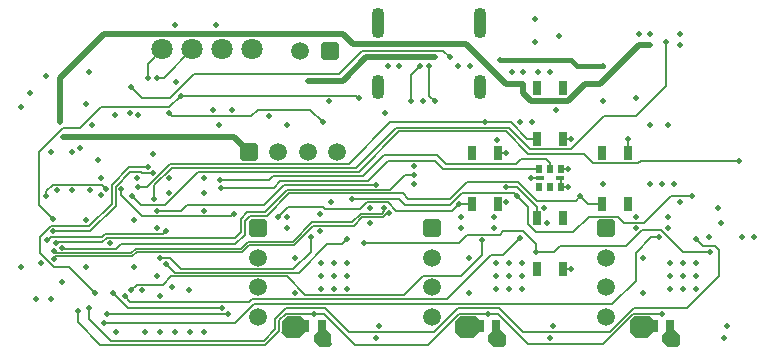
<source format=gbl>
G04*
G04 #@! TF.GenerationSoftware,Altium Limited,Altium Designer,23.3.1 (30)*
G04*
G04 Layer_Physical_Order=4*
G04 Layer_Color=16711680*
%FSLAX43Y43*%
%MOMM*%
G71*
G04*
G04 #@! TF.SameCoordinates,A4EA7D40-A082-4D09-80F0-C7F5A4317295*
G04*
G04*
G04 #@! TF.FilePolarity,Positive*
G04*
G01*
G75*
%ADD12C,0.150*%
G04:AMPARAMS|DCode=13|XSize=0.75mm|YSize=0.96mm|CornerRadius=0.075mm|HoleSize=0mm|Usage=FLASHONLY|Rotation=180.000|XOffset=0mm|YOffset=0mm|HoleType=Round|Shape=RoundedRectangle|*
%AMROUNDEDRECTD13*
21,1,0.750,0.810,0,0,180.0*
21,1,0.600,0.960,0,0,180.0*
1,1,0.150,-0.300,0.405*
1,1,0.150,0.300,0.405*
1,1,0.150,0.300,-0.405*
1,1,0.150,-0.300,-0.405*
%
%ADD13ROUNDEDRECTD13*%
%ADD80C,0.500*%
%ADD81C,0.200*%
%ADD83C,0.146*%
%ADD84C,0.400*%
%ADD90C,1.800*%
%ADD91C,1.500*%
G04:AMPARAMS|DCode=92|XSize=1.5mm|YSize=1.5mm|CornerRadius=0.15mm|HoleSize=0mm|Usage=FLASHONLY|Rotation=0.000|XOffset=0mm|YOffset=0mm|HoleType=Round|Shape=RoundedRectangle|*
%AMROUNDEDRECTD92*
21,1,1.500,1.200,0,0,0.0*
21,1,1.200,1.500,0,0,0.0*
1,1,0.300,0.600,-0.600*
1,1,0.300,-0.600,-0.600*
1,1,0.300,-0.600,0.600*
1,1,0.300,0.600,0.600*
%
%ADD92ROUNDEDRECTD92*%
G04:AMPARAMS|DCode=93|XSize=1.5mm|YSize=1.5mm|CornerRadius=0.15mm|HoleSize=0mm|Usage=FLASHONLY|Rotation=270.000|XOffset=0mm|YOffset=0mm|HoleType=Round|Shape=RoundedRectangle|*
%AMROUNDEDRECTD93*
21,1,1.500,1.200,0,0,270.0*
21,1,1.200,1.500,0,0,270.0*
1,1,0.300,-0.600,-0.600*
1,1,0.300,-0.600,0.600*
1,1,0.300,0.600,0.600*
1,1,0.300,0.600,-0.600*
%
%ADD93ROUNDEDRECTD93*%
%ADD94O,1.100X2.100*%
%ADD95O,1.100X2.600*%
%ADD96C,0.500*%
G04:AMPARAMS|DCode=97|XSize=0.7mm|YSize=0.55mm|CornerRadius=0.055mm|HoleSize=0mm|Usage=FLASHONLY|Rotation=270.000|XOffset=0mm|YOffset=0mm|HoleType=Round|Shape=RoundedRectangle|*
%AMROUNDEDRECTD97*
21,1,0.700,0.440,0,0,270.0*
21,1,0.590,0.550,0,0,270.0*
1,1,0.110,-0.220,-0.295*
1,1,0.110,-0.220,0.295*
1,1,0.110,0.220,0.295*
1,1,0.110,0.220,-0.295*
%
%ADD97ROUNDEDRECTD97*%
G04:AMPARAMS|DCode=98|XSize=0.3mm|YSize=0.7mm|CornerRadius=0.03mm|HoleSize=0mm|Usage=FLASHONLY|Rotation=270.000|XOffset=0mm|YOffset=0mm|HoleType=Round|Shape=RoundedRectangle|*
%AMROUNDEDRECTD98*
21,1,0.300,0.640,0,0,270.0*
21,1,0.240,0.700,0,0,270.0*
1,1,0.060,-0.320,-0.120*
1,1,0.060,-0.320,0.120*
1,1,0.060,0.320,0.120*
1,1,0.060,0.320,-0.120*
%
%ADD98ROUNDEDRECTD98*%
G04:AMPARAMS|DCode=99|XSize=1.2mm|YSize=0.65mm|CornerRadius=0.065mm|HoleSize=0mm|Usage=FLASHONLY|Rotation=90.000|XOffset=0mm|YOffset=0mm|HoleType=Round|Shape=RoundedRectangle|*
%AMROUNDEDRECTD99*
21,1,1.200,0.520,0,0,90.0*
21,1,1.070,0.650,0,0,90.0*
1,1,0.130,0.260,0.535*
1,1,0.130,0.260,-0.535*
1,1,0.130,-0.260,-0.535*
1,1,0.130,-0.260,0.535*
%
%ADD99ROUNDEDRECTD99*%
G36*
X26000Y2750D02*
Y2250D01*
X25250Y1500D01*
X24250D01*
X23756Y1994D01*
X23775Y2023D01*
X23791Y2102D01*
Y2889D01*
X24196Y3294D01*
X25456D01*
X26000Y2750D01*
D02*
G37*
G36*
X28000Y1750D02*
Y1000D01*
X27750Y750D01*
X27000D01*
X26500Y1250D01*
Y1750D01*
X27000Y2250D01*
X27500D01*
X28000Y1750D01*
D02*
G37*
G36*
X40750Y2750D02*
Y2250D01*
X40000Y1500D01*
X39000D01*
X38500Y2000D01*
Y2935D01*
X38859Y3294D01*
X40206D01*
X40750Y2750D01*
D02*
G37*
G36*
X42750Y1750D02*
Y1000D01*
X42500Y750D01*
X41750D01*
X41250Y1250D01*
Y1750D01*
X41750Y2250D01*
X42250D01*
X42750Y1750D01*
D02*
G37*
G36*
X55500Y2750D02*
Y2250D01*
X54750Y1500D01*
X53750D01*
X53250Y2000D01*
Y2910D01*
X53634Y3294D01*
X54956D01*
X55500Y2750D01*
D02*
G37*
G36*
X57500Y1750D02*
Y1000D01*
X57250Y750D01*
X56500D01*
X56000Y1250D01*
Y1750D01*
X56500Y2250D01*
X57000D01*
X57500Y1750D01*
D02*
G37*
D12*
X23679Y14767D02*
X31118D01*
X32804Y16452D02*
X36760D01*
X31118Y14767D02*
X32804Y16452D01*
X32442Y16964D02*
X36951D01*
X30664Y15186D02*
X32442Y16964D01*
X23021Y15186D02*
X30664D01*
X36951Y16964D02*
X37701Y16215D01*
X43603D01*
X37462Y15750D02*
X45600D01*
X36760Y16452D02*
X37462Y15750D01*
X43603Y16215D02*
X44035Y16647D01*
X46139D01*
X46500Y16286D01*
Y15750D02*
Y16286D01*
X22688Y14854D02*
X23021Y15186D01*
X18595Y14854D02*
X22688D01*
X23116Y14204D02*
X23679Y14767D01*
X18661Y14204D02*
X23116D01*
X42738Y18981D02*
X44671Y17047D01*
X33755Y18981D02*
X42738D01*
X30320Y15545D02*
X33755Y18981D01*
X30072Y15873D02*
X33490Y19291D01*
X42991D02*
X44792Y17490D01*
X33490Y19291D02*
X42991D01*
X29445Y16220D02*
X32976Y19750D01*
X41000D01*
X43166D01*
X44566Y18350D01*
X44671Y17047D02*
X49417D01*
X44792Y17490D02*
X48322D01*
X44566Y18350D02*
X45425D01*
X16735Y15545D02*
X30320D01*
X13945Y12756D02*
X16735Y15545D01*
X11849Y12756D02*
X13945D01*
X13000Y14415D02*
X14458Y15873D01*
X30072D01*
X13000Y13250D02*
Y14415D01*
X14358Y16220D02*
X29445D01*
X12388Y14250D02*
X14358Y16220D01*
X11623Y14250D02*
X12388D01*
X22293Y12750D02*
X24001Y14457D01*
X31805D01*
X22352Y12117D02*
X24233Y13998D01*
X32998D02*
X34250Y15250D01*
X24233Y13998D02*
X32998D01*
X34040Y13710D02*
X34500Y13250D01*
X24415Y13710D02*
X34040D01*
X22518Y11813D02*
X24415Y13710D01*
X33750Y13250D02*
X34250Y12750D01*
X29750Y13250D02*
X33750D01*
X31030Y12961D02*
X32789D01*
X33500Y12250D01*
X30424Y12355D02*
X31030Y12961D01*
X23500Y11750D02*
X24347Y12597D01*
X27247D01*
X27490Y12355D01*
X30424D01*
X15758Y12750D02*
X22293D01*
X14500Y20250D02*
X21190D01*
X14250Y20500D02*
X14500Y20250D01*
X7575Y10493D02*
X9734Y12653D01*
X4462Y10493D02*
X7575D01*
X9734Y12653D02*
Y14275D01*
X9382Y12854D02*
Y14432D01*
X7473Y10945D02*
X9382Y12854D01*
X4237Y10945D02*
X7473D01*
X19846Y9391D02*
X20663Y10209D01*
X10145Y9391D02*
X19846D01*
X9797Y9044D02*
X10145Y9391D01*
X19853Y9952D02*
X20346Y10445D01*
X8991Y9952D02*
X19853D01*
X20346Y10445D02*
Y11574D01*
X20663Y10209D02*
Y11390D01*
X20346Y11574D02*
X20889Y12117D01*
X22352D01*
X21087Y11813D02*
X22518D01*
X20663Y11390D02*
X21087Y11813D01*
X19517Y11767D02*
X19750Y12000D01*
X11996Y11767D02*
X19517D01*
X25229Y6993D02*
X27640Y9404D01*
X14757Y6993D02*
X25229D01*
X27640Y9404D02*
X28887D01*
X24737Y7282D02*
X26250Y8795D01*
Y10000D01*
X15298Y7282D02*
X24737D01*
X14314Y8265D02*
X15298Y7282D01*
X13449Y8265D02*
X14314D01*
X14000Y7750D02*
X14757Y6993D01*
X24202Y6704D02*
X25760Y5146D01*
X13750Y6000D02*
X14454Y6704D01*
X24202D01*
X39459Y14709D02*
X43788D01*
X45420Y13077D01*
X38000Y13250D02*
X39459Y14709D01*
X42750Y14250D02*
X43719D01*
X45425Y12544D01*
X47400Y14250D02*
X48065D01*
X47325Y15000D02*
X47400Y14925D01*
Y14250D02*
Y14925D01*
X43488Y13762D02*
X43750Y13500D01*
X38000Y12750D02*
X39012Y13762D01*
X43488D01*
X56750Y13500D02*
X58500D01*
X52750Y11250D02*
X54500D01*
X56750Y13500D01*
X52245Y11755D02*
X52750Y11250D01*
X49764Y11755D02*
X52245D01*
X48428Y10419D02*
X49764Y11755D01*
X53959Y16289D02*
X54169Y16500D01*
X49417Y17047D02*
X50175Y16289D01*
X53959D01*
X45420Y13077D02*
X48674D01*
X49067Y13469D01*
X49686Y12850D01*
X50925D01*
X45425Y11650D02*
Y12544D01*
X54169Y16500D02*
X62500D01*
X48322Y17490D02*
X51083Y20250D01*
X53750D01*
X8554Y14454D02*
X8925Y14083D01*
X4427Y14454D02*
X8554D01*
X9734Y14275D02*
X10984Y15526D01*
X11850D01*
X9382Y14432D02*
X10886Y15935D01*
X12500D01*
X4227Y10001D02*
X8546D01*
X8814Y10269D02*
X13769D01*
X8546Y10001D02*
X8814Y10269D01*
X8612Y9573D02*
X8991Y9952D01*
X4730Y9573D02*
X8612D01*
X10193Y13570D02*
X11996Y11767D01*
X10193Y13570D02*
Y14078D01*
X11071Y13534D02*
X11849Y12756D01*
X34500Y13250D02*
X38000D01*
X34250Y12750D02*
X38000D01*
X33500Y12250D02*
X38173D01*
X38773Y12850D01*
X15258Y12250D02*
X15758Y12750D01*
X13250Y12250D02*
X15258D01*
X26190Y20810D02*
X27250Y19750D01*
X21750Y20810D02*
X26190D01*
X21190Y20250D02*
X21750Y20810D01*
X34250Y15250D02*
X35000D01*
X56315Y22815D02*
Y26500D01*
X53750Y20250D02*
X56315Y22815D01*
X43750Y13500D02*
X44670Y12580D01*
Y11084D02*
Y12580D01*
Y11084D02*
X45335Y10419D01*
X48428D01*
X42500Y10500D02*
X44250D01*
X42233Y10233D02*
X42500Y10500D01*
X44250D02*
X45325Y9425D01*
Y8750D02*
Y9425D01*
X46882Y8750D02*
X47382Y9250D01*
X52925D02*
X54270Y10595D01*
X47382Y9250D02*
X52925D01*
X21250Y4750D02*
X37750D01*
X41500Y8500D02*
X42525D01*
X37750Y4750D02*
X41500Y8500D01*
X35750Y6750D02*
X39000D01*
X25760Y5146D02*
X34146D01*
X35750Y6750D01*
X39000D02*
X40750Y8500D01*
Y9728D01*
X42525Y8500D02*
X44000Y9976D01*
X39512Y10233D02*
X42233D01*
X38780Y9500D02*
X39512Y10233D01*
X30750Y9500D02*
X38780D01*
X28887Y9404D02*
X29346Y9863D01*
X5250Y9044D02*
X9797D01*
X5180Y9114D02*
X5250Y9044D01*
X8750Y2750D02*
X19836D01*
X21428Y4342D01*
X8421Y900D02*
X22383D01*
X6500Y2821D02*
X8421Y900D01*
X22383D02*
X23585Y2102D01*
X6500Y2821D02*
Y3750D01*
X7500Y3060D02*
Y4000D01*
Y3060D02*
X9310Y1250D01*
X22311D01*
X23585Y2102D02*
Y2974D01*
X22311Y1250D02*
X23254Y2193D01*
Y3105D01*
X24166Y4017D01*
X23585Y2974D02*
X24111Y3500D01*
X24166Y4017D02*
X27484D01*
X24111Y3500D02*
X26500D01*
X13769Y10269D02*
X14000Y10500D01*
X21027Y4527D02*
X21250Y4750D01*
X10973Y4527D02*
X21027D01*
X10750Y4000D02*
X18750D01*
X9500Y5250D02*
X10750Y4000D01*
X9000Y3500D02*
X19250D01*
X11000Y5500D02*
X11500Y6000D01*
X13750D01*
X10500Y5000D02*
X10973Y4527D01*
X3350Y8643D02*
X4493Y7500D01*
X5750D01*
X3350Y8643D02*
Y10058D01*
X4237Y10945D01*
X5750Y7500D02*
X8000Y5250D01*
X4657Y9500D02*
X4730Y9573D01*
X3953Y9728D02*
X4227Y10001D01*
X45325Y8750D02*
X46882D01*
X55043Y10000D02*
X55750D01*
X53750Y8707D02*
X55043Y10000D01*
X53750Y6320D02*
Y8707D01*
X55927Y10595D02*
X57772Y8750D01*
X54270Y10595D02*
X55927D01*
X57772Y8750D02*
X60075D01*
X51772Y4342D02*
X53750Y6320D01*
X21428Y4342D02*
X51772D01*
X12500Y24710D02*
X13690Y25900D01*
X12500Y23500D02*
Y24710D01*
X13830Y23500D02*
X16230Y25900D01*
X13250Y23500D02*
X13830D01*
X11954Y21796D02*
X14296D01*
X16358Y23858D02*
X28674D01*
X14296Y21796D02*
X16358Y23858D01*
X14250Y21000D02*
X15250Y22000D01*
X6750Y19250D02*
X8500Y21000D01*
X14250D01*
X5250Y19250D02*
X6750D01*
X3250Y17250D02*
X5250Y19250D01*
X15250Y22000D02*
X30065D01*
X30315Y21750D01*
X11000Y22750D02*
X11954Y21796D01*
X3250Y12726D02*
Y17250D01*
Y12726D02*
X4457Y11519D01*
X28674Y23858D02*
X30625Y25810D01*
X37440D01*
X38000Y25250D01*
X38773Y12850D02*
X39925D01*
X53600Y4035D02*
X58126D01*
X60825Y6734D01*
Y8891D01*
X51569Y2004D02*
X53600Y4035D01*
X44223Y2004D02*
X51569D01*
X42203Y4024D02*
X44223Y2004D01*
X38708Y4024D02*
X42203D01*
X53549Y3500D02*
X56000D01*
X44653Y956D02*
X51005D01*
X53549Y3500D01*
X42109D02*
X44653Y956D01*
X41250Y3500D02*
X42109D01*
X29492Y2009D02*
X36693D01*
X38708Y4024D01*
X27484Y4017D02*
X29492Y2009D01*
X26500Y3500D02*
X27375D01*
X29957Y918D01*
X36191D01*
X38773Y3500D01*
X41250D01*
X58846Y9863D02*
X59427Y9282D01*
X60434D01*
X60825Y8891D01*
X3850Y13500D02*
Y13877D01*
X4427Y14454D01*
X11850Y15526D02*
X11942Y15434D01*
X12914D01*
X34750Y21500D02*
Y23750D01*
X35500Y24500D01*
D13*
X25800Y2500D02*
D03*
X27200D02*
D03*
X40550D02*
D03*
X41950D02*
D03*
X55300D02*
D03*
X56700D02*
D03*
D80*
X62750Y10000D02*
X62750Y10000D01*
X5250Y18500D02*
X19750D01*
X21000Y17250D01*
X54000Y26250D02*
X55000D01*
X50751Y23001D02*
X54000Y26250D01*
X49508Y23001D02*
X50751D01*
X42750Y23000D02*
X44250D01*
X48013Y21506D02*
X49508Y23001D01*
X44935Y21506D02*
X48013D01*
X44250Y22192D02*
X44935Y21506D01*
X44250Y22192D02*
Y23000D01*
X5000Y23488D02*
X8762Y27250D01*
X5000Y20500D02*
Y23488D01*
X8762Y27250D02*
X29000D01*
X30963Y25250D02*
X34750D01*
X27000Y23250D02*
X28963D01*
X30963Y25250D01*
X29000Y27250D02*
X29850Y26400D01*
X39350D01*
X42750Y23000D01*
X5000Y19746D02*
Y20500D01*
X26000Y23250D02*
X27000D01*
X35750Y25250D02*
X36750D01*
X34750D02*
X35750D01*
D81*
X47400Y15750D02*
X48065D01*
X44873Y15000D02*
X45675D01*
X47575Y7350D02*
X48250D01*
X42075Y17150D02*
X42750D01*
X47575Y18350D02*
X48250D01*
X53075Y17150D02*
Y18350D01*
D83*
X21042Y9353D02*
X24818D01*
X26336Y11257D02*
X29780D01*
X20929Y9626D02*
X24705D01*
X24818Y9353D02*
X26449Y10984D01*
X29893D01*
X24705Y9626D02*
X26336Y11257D01*
X29893Y10984D02*
X30617Y11707D01*
X29780Y11257D02*
X30504Y11981D01*
X30617Y11707D02*
X32361D01*
X30504Y11981D02*
X32248D01*
X32674Y12020D02*
X32906D01*
X32361Y11707D02*
X32674Y12020D01*
X32463Y12195D02*
Y12463D01*
X32248Y11981D02*
X32463Y12195D01*
X11427Y9047D02*
X20350D01*
X20929Y9626D01*
X20463Y8774D02*
X21042Y9353D01*
X11540Y8774D02*
X20463D01*
X11150Y8384D02*
X11540Y8774D01*
X11037Y8657D02*
X11427Y9047D01*
X4652Y8657D02*
X11037D01*
X4662Y8384D02*
X11150D01*
X4480Y8202D02*
X4662Y8384D01*
X4480Y8829D02*
X4652Y8657D01*
X36250Y22000D02*
X36750Y21500D01*
X36250Y22000D02*
Y24500D01*
D84*
X42250Y25000D02*
X48250D01*
X48750Y24500D01*
X51000D01*
D90*
X21310Y25900D02*
D03*
X18770D02*
D03*
X16230D02*
D03*
X13690D02*
D03*
D91*
X26000Y17250D02*
D03*
X23500D02*
D03*
X28500D02*
D03*
X25369Y25750D02*
D03*
X21750Y3250D02*
D03*
Y8250D02*
D03*
Y5750D02*
D03*
X36500D02*
D03*
Y8250D02*
D03*
Y3250D02*
D03*
X51250Y5750D02*
D03*
Y8250D02*
D03*
Y3250D02*
D03*
D92*
X21000Y17250D02*
D03*
X27869Y25750D02*
D03*
D93*
X21750Y10750D02*
D03*
X36500D02*
D03*
X51250D02*
D03*
D94*
X31930Y22750D02*
D03*
X40570D02*
D03*
D95*
X31930Y28110D02*
D03*
X40570D02*
D03*
D96*
X18661Y14204D02*
D03*
X18595Y14854D02*
D03*
X41000Y19750D02*
D03*
X31805Y14457D02*
D03*
X29750Y13250D02*
D03*
X23500Y11750D02*
D03*
X27000Y10500D02*
D03*
Y12000D02*
D03*
X12914Y17010D02*
D03*
X14250Y20500D02*
D03*
X8211Y16532D02*
D03*
X19750Y12000D02*
D03*
X42750Y14250D02*
D03*
X48065Y15750D02*
D03*
X44873Y15000D02*
D03*
X48065Y14250D02*
D03*
X49067Y13469D02*
D03*
X8500Y13600D02*
D03*
X7520Y13998D02*
D03*
X8925Y14083D02*
D03*
X10193Y14078D02*
D03*
X11071Y13534D02*
D03*
X63750Y10000D02*
D03*
X62750D02*
D03*
X46250Y11250D02*
D03*
X6750Y17560D02*
D03*
X32463Y12463D02*
D03*
X32906Y12020D02*
D03*
X11623Y14250D02*
D03*
X13000Y13250D02*
D03*
X35000Y15250D02*
D03*
X56315Y26500D02*
D03*
X55000Y26250D02*
D03*
X54000D02*
D03*
X45250Y28500D02*
D03*
X45250Y26500D02*
D03*
X44000Y9976D02*
D03*
X40750Y9728D02*
D03*
X14000Y7750D02*
D03*
X13449Y8265D02*
D03*
X6500Y3750D02*
D03*
X14000Y10500D02*
D03*
X18750Y4000D02*
D03*
X19250Y3500D02*
D03*
X11000Y5500D02*
D03*
X10500Y5000D02*
D03*
X13250Y12250D02*
D03*
X7500Y4000D02*
D03*
X8000Y5250D02*
D03*
X8750Y2750D02*
D03*
X30750Y9500D02*
D03*
X13250Y23500D02*
D03*
X12500D02*
D03*
X15250Y22000D02*
D03*
X30315Y21750D02*
D03*
X4457Y11519D02*
D03*
X4462Y10493D02*
D03*
X3953Y9728D02*
D03*
X4657Y9500D02*
D03*
X11000Y22750D02*
D03*
X38000Y25250D02*
D03*
X38773Y12850D02*
D03*
X48250Y7350D02*
D03*
X42750Y17150D02*
D03*
X48250Y18350D02*
D03*
X53075D02*
D03*
X57000Y14500D02*
D03*
X56000D02*
D03*
X55000D02*
D03*
X27250Y19750D02*
D03*
X22750Y20250D02*
D03*
X24250Y19500D02*
D03*
X17985Y20810D02*
D03*
X5000Y19746D02*
D03*
Y20500D02*
D03*
X42250Y25000D02*
D03*
X9000Y3500D02*
D03*
X15950Y5550D02*
D03*
X9500Y5250D02*
D03*
X5180Y9114D02*
D03*
X4480Y8829D02*
D03*
Y8202D02*
D03*
X3850Y13500D02*
D03*
X9653Y20332D02*
D03*
X10950Y20500D02*
D03*
X14250Y13750D02*
D03*
X14250Y15000D02*
D03*
X13500Y5000D02*
D03*
X12250Y1950D02*
D03*
X35015Y16000D02*
D03*
Y14500D02*
D03*
X42000Y18265D02*
D03*
X17250Y15000D02*
D03*
Y13750D02*
D03*
X12914Y15434D02*
D03*
X12500Y15935D02*
D03*
X11623Y20332D02*
D03*
X11500Y15000D02*
D03*
X8500D02*
D03*
X7750Y19500D02*
D03*
X4250Y17250D02*
D03*
X6000D02*
D03*
X5250Y18500D02*
D03*
X3400Y7800D02*
D03*
X53750Y21750D02*
D03*
X51000Y24500D02*
D03*
X51000Y21500D02*
D03*
X47265Y27000D02*
D03*
X44250Y23000D02*
D03*
X43250Y23000D02*
D03*
X45500Y24000D02*
D03*
X46500D02*
D03*
X43250Y24000D02*
D03*
X44250D02*
D03*
X45000Y19750D02*
D03*
X44000D02*
D03*
X47000Y20750D02*
D03*
X1750Y21000D02*
D03*
Y7500D02*
D03*
X5185Y6250D02*
D03*
X3000Y4750D02*
D03*
X4250D02*
D03*
X12000Y5500D02*
D03*
X13250Y6750D02*
D03*
Y10750D02*
D03*
X6000Y13985D02*
D03*
X4750D02*
D03*
X7235Y21250D02*
D03*
X3850Y23615D02*
D03*
X2500Y22250D02*
D03*
X7500Y24000D02*
D03*
X18235Y28000D02*
D03*
X14750D02*
D03*
X14865Y23150D02*
D03*
X19615Y20810D02*
D03*
X18500Y19500D02*
D03*
X27750Y21500D02*
D03*
X35500Y24500D02*
D03*
X36250D02*
D03*
X27000Y23250D02*
D03*
X26000D02*
D03*
X35750Y25250D02*
D03*
X36750D02*
D03*
X34750D02*
D03*
X32500Y20500D02*
D03*
X32750Y24500D02*
D03*
X33750D02*
D03*
X38750D02*
D03*
X39750D02*
D03*
X34750Y21500D02*
D03*
X36750D02*
D03*
X35750D02*
D03*
X14500Y5750D02*
D03*
X62500Y16500D02*
D03*
X50985Y14500D02*
D03*
X59950Y10000D02*
D03*
X31250Y11250D02*
D03*
X17250Y2015D02*
D03*
X16000Y2000D02*
D03*
X14750Y2000D02*
D03*
X13500D02*
D03*
X9750Y2015D02*
D03*
X17250Y12250D02*
D03*
X26250Y10000D02*
D03*
X55750D02*
D03*
X53750Y3000D02*
D03*
Y2000D02*
D03*
X39000D02*
D03*
Y3000D02*
D03*
X24875Y5250D02*
D03*
Y8250D02*
D03*
X39625Y5250D02*
D03*
Y8250D02*
D03*
X32000Y2500D02*
D03*
X46750D02*
D03*
X24250Y2000D02*
D03*
Y3000D02*
D03*
X26500Y3500D02*
D03*
X41250D02*
D03*
X26750Y1500D02*
D03*
X27750Y1000D02*
D03*
X41500Y1500D02*
D03*
X42500Y1000D02*
D03*
X43750Y13500D02*
D03*
X58500D02*
D03*
X41750Y10750D02*
D03*
Y11750D02*
D03*
X57250Y1000D02*
D03*
X56250Y1500D02*
D03*
X56000Y3500D02*
D03*
X46500Y1500D02*
D03*
X31750D02*
D03*
X61250D02*
D03*
X54375Y8250D02*
D03*
X31250Y12500D02*
D03*
X28000Y13000D02*
D03*
X24250Y11750D02*
D03*
Y10750D02*
D03*
X46000Y12500D02*
D03*
X42750Y13000D02*
D03*
X39000Y11750D02*
D03*
Y10750D02*
D03*
X54375Y5250D02*
D03*
X29346Y9863D02*
D03*
X45325Y8750D02*
D03*
X60075D02*
D03*
X58846Y9863D02*
D03*
X61500Y2500D02*
D03*
X53750Y10750D02*
D03*
Y11750D02*
D03*
X57500Y13000D02*
D03*
X56500Y11750D02*
D03*
Y10750D02*
D03*
X60750Y12500D02*
D03*
X61000Y11250D02*
D03*
X55000Y19500D02*
D03*
X56500D02*
D03*
X55000Y27250D02*
D03*
X54000D02*
D03*
X57500Y26250D02*
D03*
Y27250D02*
D03*
X44100Y7850D02*
D03*
X44100Y6750D02*
D03*
X44100Y5650D02*
D03*
X43000Y7850D02*
D03*
Y6750D02*
D03*
Y5650D02*
D03*
X41900Y7850D02*
D03*
X41900Y6750D02*
D03*
X41900Y5650D02*
D03*
X11250Y7500D02*
D03*
X7250D02*
D03*
Y11500D02*
D03*
X11250D02*
D03*
X9250Y9500D02*
D03*
X58850Y7850D02*
D03*
Y6750D02*
D03*
Y5650D02*
D03*
X57750Y7850D02*
D03*
Y6750D02*
D03*
Y5650D02*
D03*
X56650Y7850D02*
D03*
Y6750D02*
D03*
Y5650D02*
D03*
X29350Y7850D02*
D03*
Y6750D02*
D03*
Y5650D02*
D03*
X28250Y7850D02*
D03*
Y6750D02*
D03*
Y5650D02*
D03*
X27150Y7850D02*
D03*
Y6750D02*
D03*
Y5650D02*
D03*
D97*
X46500Y15750D02*
D03*
X45600D02*
D03*
Y14250D02*
D03*
X46500D02*
D03*
X47400D02*
D03*
Y15750D02*
D03*
D98*
X45675Y15000D02*
D03*
X47325D02*
D03*
D99*
X42075Y12850D02*
D03*
Y17150D02*
D03*
X39925Y12850D02*
D03*
Y17150D02*
D03*
X53075Y12850D02*
D03*
Y17150D02*
D03*
X50925Y12850D02*
D03*
Y17150D02*
D03*
X47575Y18350D02*
D03*
Y22650D02*
D03*
X45425Y18350D02*
D03*
Y22650D02*
D03*
X47575Y7350D02*
D03*
Y11650D02*
D03*
X45425Y7350D02*
D03*
Y11650D02*
D03*
M02*

</source>
